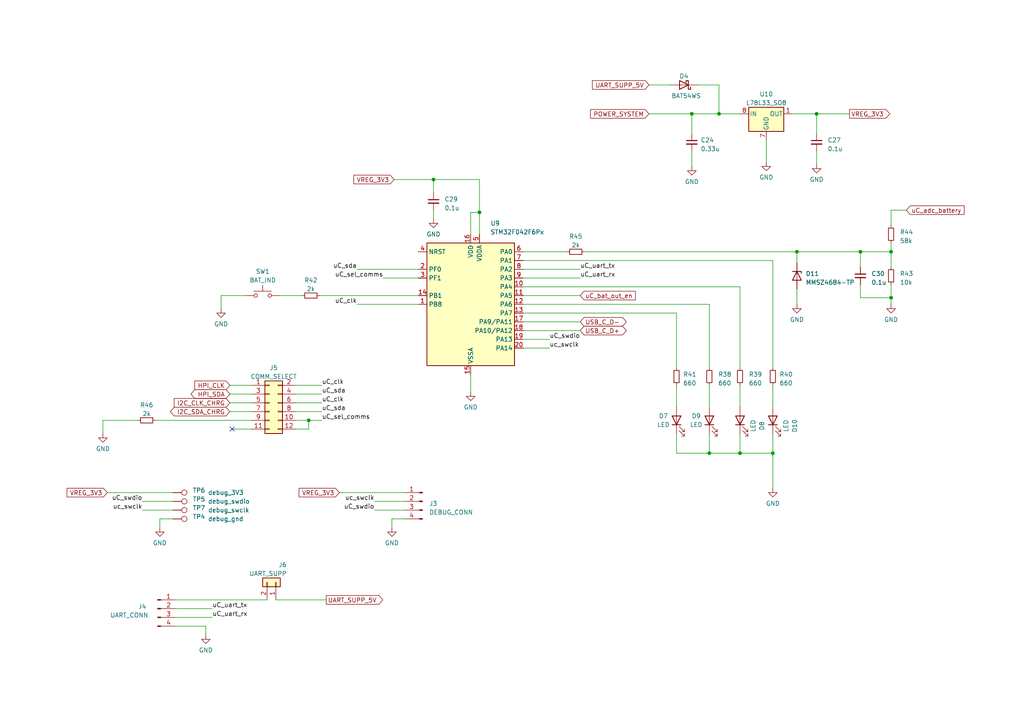
<source format=kicad_sch>
(kicad_sch (version 20230121) (generator eeschema)
  (paper "A4")
  (lib_symbols
    (symbol "Connector:Conn_01x04_Pin" (pin_names (offset 1.016) hide)
      (property "Reference" "J" (at 0 5.08 0))
      (property "Value" "Conn_01x04_Pin" (at 0 -7.62 0))
      (symbol "Conn_01x04_Pin_1_1"
        (polyline (pts (xy 1.27 -5.08) (xy 0.8636 -5.08)) (stroke (width 0.1524)))
        (polyline (pts (xy 1.27 -2.54) (xy 0.8636 -2.54)) (stroke (width 0.1524)))
        (polyline (pts (xy 1.27 0) (xy 0.8636 0)) (stroke (width 0.1524)))
        (polyline (pts (xy 1.27 2.54) (xy 0.8636 2.54)) (stroke (width 0.1524)))
        (rectangle (start 0.8636 -4.953) (end 0 -5.207) (stroke (width 0.1524)) (fill (type outline)))
        (rectangle (start 0.8636 -2.413) (end 0 -2.667) (stroke (width 0.1524)) (fill (type outline)))
        (rectangle (start 0.8636 0.127) (end 0 -0.127) (stroke (width 0.1524)) (fill (type outline)))
        (rectangle (start 0.8636 2.667) (end 0 2.413) (stroke (width 0.1524)) (fill (type outline)))
        (pin passive line (at 5.08 2.54 180) (length 3.81) (name "Pin_1") (number "1"))
        (pin passive line (at 5.08 0 180) (length 3.81) (name "Pin_2") (number "2"))
        (pin passive line (at 5.08 -2.54 180) (length 3.81) (name "Pin_3") (number "3"))
        (pin passive line (at 5.08 -5.08 180) (length 3.81) (name "Pin_4") (number "4"))
      )
    )
    (symbol "Connector:TestPoint" (pin_numbers hide) (pin_names (offset 0.762) hide)
      (property "Reference" "TP" (at 0 6.858 0))
      (property "Value" "TestPoint" (at 0 5.08 0))
      (symbol "TestPoint_0_1"
        (circle (center 0 3.302) (radius 0.762))
      )
      (symbol "TestPoint_1_1"
        (pin passive line (at 0 0 90) (length 2.54) (name "1") (number "1"))
      )
    )
    (symbol "Connector_Generic:Conn_01x02" (pin_names (offset 1.016) hide)
      (property "Reference" "J" (at 0 2.54 0))
      (property "Value" "Conn_01x02" (at 0 -5.08 0))
      (symbol "Conn_01x02_1_1"
        (rectangle (start -1.27 -2.413) (end 0 -2.667) (stroke (width 0.1524)))
        (rectangle (start -1.27 0.127) (end 0 -0.127) (stroke (width 0.1524)))
        (rectangle (start -1.27 1.27) (end 1.27 -3.81) (stroke (width 0.254)) (fill (type background)))
        (pin passive line (at -5.08 0 0) (length 3.81) (name "Pin_1") (number "1"))
        (pin passive line (at -5.08 -2.54 0) (length 3.81) (name "Pin_2") (number "2"))
      )
    )
    (symbol "Connector_Generic:Conn_02x06_Odd_Even" (pin_names (offset 1.016) hide)
      (property "Reference" "J" (at 1.27 7.62 0))
      (property "Value" "Conn_02x06_Odd_Even" (at 1.27 -10.16 0))
      (symbol "Conn_02x06_Odd_Even_1_1"
        (rectangle (start -1.27 -7.493) (end 0 -7.747) (stroke (width 0.1524)))
        (rectangle (start -1.27 -4.953) (end 0 -5.207) (stroke (width 0.1524)))
        (rectangle (start -1.27 -2.413) (end 0 -2.667) (stroke (width 0.1524)))
        (rectangle (start -1.27 0.127) (end 0 -0.127) (stroke (width 0.1524)))
        (rectangle (start -1.27 2.667) (end 0 2.413) (stroke (width 0.1524)))
        (rectangle (start -1.27 5.207) (end 0 4.953) (stroke (width 0.1524)))
        (rectangle (start -1.27 6.35) (end 3.81 -8.89) (stroke (width 0.254)) (fill (type background)))
        (rectangle (start 3.81 -7.493) (end 2.54 -7.747) (stroke (width 0.1524)))
        (rectangle (start 3.81 -4.953) (end 2.54 -5.207) (stroke (width 0.1524)))
        (rectangle (start 3.81 -2.413) (end 2.54 -2.667) (stroke (width 0.1524)))
        (rectangle (start 3.81 0.127) (end 2.54 -0.127) (stroke (width 0.1524)))
        (rectangle (start 3.81 2.667) (end 2.54 2.413) (stroke (width 0.1524)))
        (rectangle (start 3.81 5.207) (end 2.54 4.953) (stroke (width 0.1524)))
        (pin passive line (at -5.08 5.08 0) (length 3.81) (name "Pin_1") (number "1"))
        (pin passive line (at 7.62 -5.08 180) (length 3.81) (name "Pin_10") (number "10"))
        (pin passive line (at -5.08 -7.62 0) (length 3.81) (name "Pin_11") (number "11"))
        (pin passive line (at 7.62 -7.62 180) (length 3.81) (name "Pin_12") (number "12"))
        (pin passive line (at 7.62 5.08 180) (length 3.81) (name "Pin_2") (number "2"))
        (pin passive line (at -5.08 2.54 0) (length 3.81) (name "Pin_3") (number "3"))
        (pin passive line (at 7.62 2.54 180) (length 3.81) (name "Pin_4") (number "4"))
        (pin passive line (at -5.08 0 0) (length 3.81) (name "Pin_5") (number "5"))
        (pin passive line (at 7.62 0 180) (length 3.81) (name "Pin_6") (number "6"))
        (pin passive line (at -5.08 -2.54 0) (length 3.81) (name "Pin_7") (number "7"))
        (pin passive line (at 7.62 -2.54 180) (length 3.81) (name "Pin_8") (number "8"))
        (pin passive line (at -5.08 -5.08 0) (length 3.81) (name "Pin_9") (number "9"))
      )
    )
    (symbol "Device:C_Small" (pin_numbers hide) (pin_names (offset 0.254) hide)
      (property "Reference" "C" (at 0.254 1.778 0))
      (property "Value" "C_Small" (at 0.254 -2.032 0))
      (symbol "C_Small_0_1"
        (polyline (pts (xy -1.524 -0.508) (xy 1.524 -0.508)) (stroke (width 0.3302)))
        (polyline (pts (xy -1.524 0.508) (xy 1.524 0.508)) (stroke (width 0.3048)))
      )
      (symbol "C_Small_1_1"
        (pin passive line (at 0 2.54 270) (length 2.032) (name "~") (number "1"))
        (pin passive line (at 0 -2.54 90) (length 2.032) (name "~") (number "2"))
      )
    )
    (symbol "Device:D_Schottky" (pin_numbers hide) (pin_names (offset 1.016) hide)
      (property "Reference" "D" (at 0 2.54 0))
      (property "Value" "D_Schottky" (at 0 -2.54 0))
      (symbol "D_Schottky_0_1"
        (polyline (pts (xy 1.27 0) (xy -1.27 0)))
        (polyline (pts (xy 1.27 1.27) (xy 1.27 -1.27) (xy -1.27 0) (xy 1.27 1.27)) (stroke (width 0.254)))
        (polyline (pts (xy -1.905 0.635) (xy -1.905 1.27) (xy -1.27 1.27) (xy -1.27 -1.27) (xy -0.635 -1.27) (xy -0.635 -0.635)) (stroke (width 0.254)))
      )
      (symbol "D_Schottky_1_1"
        (pin passive line (at -3.81 0 0) (length 2.54) (name "K") (number "1"))
        (pin passive line (at 3.81 0 180) (length 2.54) (name "A") (number "2"))
      )
    )
    (symbol "Device:D_Zener" (pin_numbers hide) (pin_names (offset 1.016) hide)
      (property "Reference" "D" (at 0 2.54 0))
      (property "Value" "D_Zener" (at 0 -2.54 0))
      (symbol "D_Zener_0_1"
        (polyline (pts (xy 1.27 0) (xy -1.27 0)))
        (polyline (pts (xy -1.27 -1.27) (xy -1.27 1.27) (xy -0.762 1.27)) (stroke (width 0.254)))
        (polyline (pts (xy 1.27 -1.27) (xy 1.27 1.27) (xy -1.27 0) (xy 1.27 -1.27)) (stroke (width 0.254)))
      )
      (symbol "D_Zener_1_1"
        (pin passive line (at -3.81 0 0) (length 2.54) (name "K") (number "1"))
        (pin passive line (at 3.81 0 180) (length 2.54) (name "A") (number "2"))
      )
    )
    (symbol "Device:LED" (pin_numbers hide) (pin_names (offset 1.016) hide)
      (property "Reference" "D" (at 0 2.54 0))
      (property "Value" "LED" (at 0 -2.54 0))
      (symbol "LED_0_1"
        (polyline (pts (xy -1.27 -1.27) (xy -1.27 1.27)) (stroke (width 0.254)))
        (polyline (pts (xy -1.27 0) (xy 1.27 0)))
        (polyline (pts (xy 1.27 -1.27) (xy 1.27 1.27) (xy -1.27 0) (xy 1.27 -1.27)) (stroke (width 0.254)))
        (polyline (pts (xy -3.048 -0.762) (xy -4.572 -2.286) (xy -3.81 -2.286) (xy -4.572 -2.286) (xy -4.572 -1.524)))
        (polyline (pts (xy -1.778 -0.762) (xy -3.302 -2.286) (xy -2.54 -2.286) (xy -3.302 -2.286) (xy -3.302 -1.524)))
      )
      (symbol "LED_1_1"
        (pin passive line (at -3.81 0 0) (length 2.54) (name "K") (number "1"))
        (pin passive line (at 3.81 0 180) (length 2.54) (name "A") (number "2"))
      )
    )
    (symbol "Device:R_Small" (pin_numbers hide) (pin_names (offset 0.254) hide)
      (property "Reference" "R" (at 0.762 0.508 0))
      (property "Value" "R_Small" (at 0.762 -1.016 0))
      (symbol "R_Small_0_1"
        (rectangle (start -0.762 1.778) (end 0.762 -1.778) (stroke (width 0.2032)))
      )
      (symbol "R_Small_1_1"
        (pin passive line (at 0 2.54 270) (length 0.762) (name "~") (number "1"))
        (pin passive line (at 0 -2.54 90) (length 0.762) (name "~") (number "2"))
      )
    )
    (symbol "MCU_ST_STM32F0:STM32F042F6Px"
      (property "Reference" "U" (at -12.7 19.05 0))
      (property "Value" "STM32F042F6Px" (at 5.08 19.05 0))
      (symbol "STM32F042F6Px_0_1"
        (rectangle (start -12.7 -17.78) (end 12.7 17.78) (stroke (width 0.254)) (fill (type background)))
      )
      (symbol "STM32F042F6Px_1_1"
        (pin bidirectional line (at -15.24 0 0) (length 2.54) (name "PB8") (number "1"))
        (pin bidirectional line (at 15.24 5.08 180) (length 2.54) (name "PA4") (number "10"))
        (pin bidirectional line (at 15.24 2.54 180) (length 2.54) (name "PA5") (number "11"))
        (pin bidirectional line (at 15.24 0 180) (length 2.54) (name "PA6") (number "12"))
        (pin bidirectional line (at 15.24 -2.54 180) (length 2.54) (name "PA7") (number "13"))
        (pin bidirectional line (at -15.24 2.54 0) (length 2.54) (name "PB1") (number "14"))
        (pin power_in line (at 0 -20.32 90) (length 2.54) (name "VSSA") (number "15"))
        (pin power_in line (at 0 20.32 270) (length 2.54) (name "VDD") (number "16"))
        (pin bidirectional line (at 15.24 -5.08 180) (length 2.54) (name "PA9/PA11") (number "17"))
        (pin bidirectional line (at 15.24 -7.62 180) (length 2.54) (name "PA10/PA12") (number "18"))
        (pin bidirectional line (at 15.24 -10.16 180) (length 2.54) (name "PA13") (number "19"))
        (pin bidirectional line (at -15.24 10.16 0) (length 2.54) (name "PF0") (number "2"))
        (pin bidirectional line (at 15.24 -12.7 180) (length 2.54) (name "PA14") (number "20"))
        (pin bidirectional line (at -15.24 7.62 0) (length 2.54) (name "PF1") (number "3"))
        (pin input line (at -15.24 15.24 0) (length 2.54) (name "NRST") (number "4"))
        (pin power_in line (at 2.54 20.32 270) (length 2.54) (name "VDDA") (number "5"))
        (pin bidirectional line (at 15.24 15.24 180) (length 2.54) (name "PA0") (number "6"))
        (pin bidirectional line (at 15.24 12.7 180) (length 2.54) (name "PA1") (number "7"))
        (pin bidirectional line (at 15.24 10.16 180) (length 2.54) (name "PA2") (number "8"))
        (pin bidirectional line (at 15.24 7.62 180) (length 2.54) (name "PA3") (number "9"))
      )
    )
    (symbol "Regulator_Linear:L78L33_SO8" (pin_names (offset 0.254))
      (property "Reference" "U" (at -3.81 3.175 0))
      (property "Value" "L78L33_SO8" (at 0 3.175 0))
      (symbol "L78L33_SO8_0_1"
        (rectangle (start -5.08 1.905) (end 5.08 -5.08) (stroke (width 0.254)) (fill (type background)))
      )
      (symbol "L78L33_SO8_1_1"
        (pin power_out line (at 7.62 0 180) (length 2.54) (name "OUT") (number "1"))
        (pin passive line (at 0 -7.62 90) (length 2.54) hide (name "GND") (number "2"))
        (pin passive line (at 0 -7.62 90) (length 2.54) hide (name "GND") (number "3"))
        (pin no_connect line (at -5.08 -2.54 0) (length 2.54) hide (name "NC") (number "4"))
        (pin no_connect line (at 5.08 -2.54 180) (length 2.54) hide (name "NC") (number "5"))
        (pin passive line (at 0 -7.62 90) (length 2.54) hide (name "GND") (number "6"))
        (pin power_in line (at 0 -7.62 90) (length 2.54) (name "GND") (number "7"))
        (pin power_in line (at -7.62 0 0) (length 2.54) (name "IN") (number "8"))
      )
    )
    (symbol "Switch:SW_Push" (pin_numbers hide) (pin_names (offset 1.016) hide)
      (property "Reference" "SW" (at 1.27 2.54 0))
      (property "Value" "SW_Push" (at 0 -1.524 0))
      (symbol "SW_Push_0_1"
        (circle (center -2.032 0) (radius 0.508))
        (polyline (pts (xy 0 1.27) (xy 0 3.048)))
        (polyline (pts (xy 2.54 1.27) (xy -2.54 1.27)))
        (circle (center 2.032 0) (radius 0.508))
        (pin passive line (at -5.08 0 0) (length 2.54) (name "1") (number "1"))
        (pin passive line (at 5.08 0 180) (length 2.54) (name "2") (number "2"))
      )
    )
    (symbol "power:GND" (power) (pin_names (offset 0))
      (property "Value" "GND" (at 0 -3.81 0))
      (symbol "GND_0_1"
        (polyline (pts (xy 0 0) (xy 0 -1.27) (xy 1.27 -1.27) (xy 0 -2.54) (xy -1.27 -1.27) (xy 0 -1.27)))
      )
      (symbol "GND_1_1"
        (pin power_in line (at 0 0 270) (length 0) hide (name "GND") (number "1"))
      )
    )
  )
  (junction (at 205.74 131.445))
  (junction (at 224.155 131.445))
  (junction (at 125.73 52.07))
  (junction (at 249.555 73.025))
  (junction (at 89.535 121.92))
  (junction (at 236.855 33.02))
  (junction (at 139.065 61.595))
  (junction (at 208.534 33.02))
  (junction (at 200.66 33.02))
  (junction (at 231.14 73.025))
  (junction (at 214.63 131.445))
  (junction (at 258.445 86.36))
  (junction (at 258.445 73.025))
  (no_connect (at 67.31 124.46))
  (wire (pts (xy 136.525 108.585) (xy 136.525 113.665)))
  (wire (pts (xy 196.215 90.805) (xy 196.215 106.68)))
  (wire (pts (xy 151.765 83.185) (xy 214.63 83.185)))
  (wire (pts (xy 229.87 33.02) (xy 236.855 33.02)))
  (wire (pts (xy 214.63 125.73) (xy 214.63 131.445)))
  (wire (pts (xy 258.445 88.265) (xy 258.445 86.36)))
  (wire (pts (xy 151.765 85.725) (xy 168.275 85.725)))
  (wire (pts (xy 46.355 150.495) (xy 50.165 150.495)))
  (wire (pts (xy 236.855 43.815) (xy 236.855 47.625)))
  (wire (pts (xy 151.765 93.345) (xy 168.275 93.345)))
  (wire (pts (xy 125.73 52.07) (xy 139.065 52.07)))
  (wire (pts (xy 113.665 150.495) (xy 117.475 150.495)))
  (wire (pts (xy 258.445 65.405) (xy 258.445 60.96)))
  (wire (pts (xy 214.63 83.185) (xy 214.63 106.68)))
  (wire (pts (xy 205.74 125.73) (xy 205.74 131.445)))
  (wire (pts (xy 224.155 125.73) (xy 224.155 131.445)))
  (wire (pts (xy 46.355 153.035) (xy 46.355 150.495)))
  (wire (pts (xy 59.69 181.61) (xy 50.8 181.61)))
  (wire (pts (xy 258.445 60.96) (xy 262.89 60.96)))
  (wire (pts (xy 108.585 145.415) (xy 117.475 145.415)))
  (wire (pts (xy 41.275 147.955) (xy 50.165 147.955)))
  (wire (pts (xy 113.665 153.035) (xy 113.665 150.495)))
  (wire (pts (xy 249.555 73.025) (xy 258.445 73.025)))
  (wire (pts (xy 196.215 111.76) (xy 196.215 118.11)))
  (wire (pts (xy 66.675 111.76) (xy 73.025 111.76)))
  (wire (pts (xy 66.675 114.3) (xy 73.025 114.3)))
  (wire (pts (xy 66.675 119.38) (xy 73.025 119.38)))
  (wire (pts (xy 89.535 121.92) (xy 93.345 121.92)))
  (wire (pts (xy 224.155 111.76) (xy 224.155 118.11)))
  (wire (pts (xy 64.135 85.725) (xy 71.12 85.725)))
  (wire (pts (xy 188.214 33.02) (xy 200.66 33.02)))
  (wire (pts (xy 151.765 78.105) (xy 168.275 78.105)))
  (wire (pts (xy 222.25 40.64) (xy 222.25 46.99)))
  (wire (pts (xy 214.63 131.445) (xy 224.155 131.445)))
  (wire (pts (xy 236.855 33.02) (xy 236.855 38.735)))
  (wire (pts (xy 85.725 116.84) (xy 93.345 116.84)))
  (wire (pts (xy 231.14 73.025) (xy 249.555 73.025)))
  (wire (pts (xy 125.73 52.07) (xy 125.73 55.88)))
  (wire (pts (xy 188.214 24.638) (xy 194.564 24.638)))
  (wire (pts (xy 151.765 95.885) (xy 168.275 95.885)))
  (wire (pts (xy 224.155 131.445) (xy 224.155 141.605)))
  (wire (pts (xy 85.725 124.46) (xy 89.535 124.46)))
  (wire (pts (xy 151.765 90.805) (xy 196.215 90.805)))
  (wire (pts (xy 64.135 89.535) (xy 64.135 85.725)))
  (wire (pts (xy 98.425 142.875) (xy 117.475 142.875)))
  (wire (pts (xy 200.66 33.02) (xy 208.534 33.02)))
  (wire (pts (xy 139.065 61.595) (xy 139.065 67.945)))
  (wire (pts (xy 41.275 145.415) (xy 50.165 145.415)))
  (wire (pts (xy 151.765 73.025) (xy 164.465 73.025)))
  (wire (pts (xy 103.505 88.265) (xy 121.285 88.265)))
  (wire (pts (xy 169.545 73.025) (xy 231.14 73.025)))
  (wire (pts (xy 205.74 88.265) (xy 205.74 106.68)))
  (wire (pts (xy 258.445 86.36) (xy 258.445 82.55)))
  (wire (pts (xy 224.155 75.565) (xy 224.155 106.68)))
  (wire (pts (xy 258.445 86.36) (xy 249.555 86.36)))
  (wire (pts (xy 31.115 142.875) (xy 50.165 142.875)))
  (wire (pts (xy 231.14 83.82) (xy 231.14 88.265)))
  (wire (pts (xy 50.8 176.53) (xy 61.595 176.53)))
  (wire (pts (xy 208.534 33.02) (xy 214.63 33.02)))
  (wire (pts (xy 136.525 61.595) (xy 139.065 61.595)))
  (wire (pts (xy 103.505 78.105) (xy 121.285 78.105)))
  (wire (pts (xy 196.215 131.445) (xy 205.74 131.445)))
  (wire (pts (xy 200.66 33.02) (xy 200.66 38.735)))
  (wire (pts (xy 214.63 111.76) (xy 214.63 118.11)))
  (wire (pts (xy 85.725 114.3) (xy 93.345 114.3)))
  (wire (pts (xy 50.8 173.99) (xy 77.47 173.99)))
  (wire (pts (xy 205.74 111.76) (xy 205.74 118.11)))
  (wire (pts (xy 29.845 121.92) (xy 40.005 121.92)))
  (wire (pts (xy 92.71 85.725) (xy 121.285 85.725)))
  (wire (pts (xy 29.845 125.73) (xy 29.845 121.92)))
  (wire (pts (xy 208.534 24.638) (xy 208.534 33.02)))
  (wire (pts (xy 151.765 80.645) (xy 168.275 80.645)))
  (wire (pts (xy 50.8 179.07) (xy 61.595 179.07)))
  (wire (pts (xy 85.725 111.76) (xy 93.345 111.76)))
  (wire (pts (xy 205.74 131.445) (xy 214.63 131.445)))
  (wire (pts (xy 196.215 125.73) (xy 196.215 131.445)))
  (wire (pts (xy 231.14 73.025) (xy 231.14 76.2)))
  (wire (pts (xy 151.765 98.425) (xy 159.385 98.425)))
  (wire (pts (xy 202.184 24.638) (xy 208.534 24.638)))
  (wire (pts (xy 81.28 85.725) (xy 87.63 85.725)))
  (wire (pts (xy 89.535 121.92) (xy 89.535 124.46)))
  (wire (pts (xy 246.38 33.02) (xy 236.855 33.02)))
  (wire (pts (xy 85.725 119.38) (xy 93.345 119.38)))
  (wire (pts (xy 151.765 88.265) (xy 205.74 88.265)))
  (wire (pts (xy 249.555 77.47) (xy 249.555 73.025)))
  (wire (pts (xy 258.445 73.025) (xy 258.445 77.47)))
  (wire (pts (xy 139.065 52.07) (xy 139.065 61.595)))
  (wire (pts (xy 111.125 80.645) (xy 121.285 80.645)))
  (wire (pts (xy 224.155 75.565) (xy 151.765 75.565)))
  (wire (pts (xy 85.725 121.92) (xy 89.535 121.92)))
  (wire (pts (xy 136.525 67.945) (xy 136.525 61.595)))
  (wire (pts (xy 73.025 124.46) (xy 67.31 124.46)))
  (wire (pts (xy 151.765 100.965) (xy 159.385 100.965)))
  (wire (pts (xy 249.555 86.36) (xy 249.555 82.55)))
  (wire (pts (xy 125.73 60.96) (xy 125.73 63.5)))
  (wire (pts (xy 80.01 173.99) (xy 94.615 173.99)))
  (wire (pts (xy 59.69 184.15) (xy 59.69 181.61)))
  (wire (pts (xy 45.085 121.92) (xy 73.025 121.92)))
  (wire (pts (xy 258.445 70.485) (xy 258.445 73.025)))
  (wire (pts (xy 66.675 116.84) (xy 73.025 116.84)))
  (wire (pts (xy 114.3 52.07) (xy 125.73 52.07)))
  (wire (pts (xy 200.66 43.815) (xy 200.66 48.26)))
  (wire (pts (xy 108.585 147.955) (xy 117.475 147.955)))
  (label "uc_swclk" (at 41.275 147.955 180))
  (label "uc_swclk" (at 108.585 145.415 180))
  (label "uc_swclk" (at 159.385 100.965 0))
  (label "uC_uart_tx" (at 61.595 176.53 0))
  (label "uC_swdio" (at 159.385 98.425 0))
  (label "uC_swdio" (at 108.585 147.955 180))
  (label "uC_sda" (at 93.345 119.38 0))
  (label "uC_uart_tx" (at 168.275 78.105 0))
  (label "uC_clk" (at 93.345 116.84 0))
  (label "uC_uart_rx" (at 61.595 179.07 0))
  (label "uC_clk" (at 103.505 88.265 180))
  (label "uC_sda" (at 93.345 114.3 0))
  (label "uC_sel_comms" (at 111.125 80.645 180))
  (label "uC_clk" (at 93.345 111.76 0))
  (label "uC_uart_rx" (at 168.275 80.645 0))
  (label "uC_sel_comms" (at 93.345 121.92 0))
  (label "uC_sda" (at 103.505 78.105 180))
  (label "uC_swdio" (at 41.275 145.415 180))
  (global_label "USB_C_D+" (shape bidirectional) (at 168.275 95.885 0) (property "Intersheetrefs" "${INTERSHEET_REFS}" (effects hide)))
  (global_label "HPI_SDA" (shape bidirectional) (at 66.675 114.3 180) (property "Intersheetrefs" "${INTERSHEET_REFS}" (effects hide)))
  (global_label "HPI_CLK" (shape input) (at 66.675 111.76 180) (property "Intersheetrefs" "${INTERSHEET_REFS}" (effects hide)))
  (global_label "POWER_SYSTEM" (shape input) (at 188.214 33.02 180) (property "Intersheetrefs" "${INTERSHEET_REFS}" (effects hide)))
  (global_label "I2C_CLK_CHRG" (shape input) (at 66.675 116.84 180) (property "Intersheetrefs" "${INTERSHEET_REFS}" (effects hide)))
  (global_label "VREG_3V3" (shape output) (at 246.38 33.02 0) (property "Intersheetrefs" "${INTERSHEET_REFS}" (effects hide)))
  (global_label "uC_adc_battery" (shape input) (at 262.89 60.96 0) (property "Intersheetrefs" "${INTERSHEET_REFS}" (effects hide)))
  (global_label "uC_bat_out_en" (shape input) (at 168.275 85.725 0) (property "Intersheetrefs" "${INTERSHEET_REFS}" (effects hide)))
  (global_label "VREG_3V3" (shape input) (at 31.115 142.875 180) (property "Intersheetrefs" "${INTERSHEET_REFS}" (effects hide)))
  (global_label "VREG_3V3" (shape input) (at 98.425 142.875 180) (property "Intersheetrefs" "${INTERSHEET_REFS}" (effects hide)))
  (global_label "UART_SUPP_5V" (shape input) (at 188.214 24.638 180) (property "Intersheetrefs" "${INTERSHEET_REFS}" (effects hide)))
  (global_label "USB_C_D-" (shape bidirectional) (at 168.275 93.345 0) (property "Intersheetrefs" "${INTERSHEET_REFS}" (effects hide)))
  (global_label "I2C_SDA_CHRG" (shape bidirectional) (at 66.675 119.38 180) (property "Intersheetrefs" "${INTERSHEET_REFS}" (effects hide)))
  (global_label "VREG_3V3" (shape input) (at 114.3 52.07 180) (property "Intersheetrefs" "${INTERSHEET_REFS}" (effects hide)))
  (global_label "UART_SUPP_5V" (shape output) (at 94.615 173.99 0) (property "Intersheetrefs" "${INTERSHEET_REFS}" (effects hide)))
  (symbol (lib_id "power:GND") (at 236.855 47.625 0) (unit 1)
    (property "Reference" "#PWR032" (effects hide))
    (property "Value" "GND" (at 236.855 52.07 0))
    (instances (project "battery_charging_devboard" (path "" (reference "#PWR032") (unit 1))) (project "business_card" (path "" (reference "#PWR07") (unit 1))))
  )
  (symbol (lib_id "Device:C_Small") (at 125.73 58.42 0) (unit 1)
    (property "Reference" "C29" (at 128.905 57.7913 0) (effects (justify left)))
    (property "Value" "0.1u" (at 128.905 60.3313 0) (effects (justify left)))
    (property "Footprint" "Capacitor_SMD:C_0805_2012Metric_Pad1.18x1.45mm_HandSolder" (effects hide))
    (property "Source" "https://www.mouser.com/ProductDetail/Samsung-Electro-Mechanics/CL21B105KOFNFNE?qs=sGAEpiMZZMsh%252B1woXyUXj5ND545PPyUhMzGq7HWiq0o%3D" (effects hide))
    (property "Price" "0.065" (effects hide))
    (instances (project "battery_charging_devboard" (path "" (reference "C29") (unit 1))) (project "business_card" (path "" (reference "C2") (unit 1))))
  )
  (symbol (lib_id "Connector:Conn_01x04_Pin") (at 122.555 145.415 0) (mirror y) (unit 1)
    (property "Reference" "J3" (at 124.46 146.05 0) (effects (justify right)))
    (property "Value" "DEBUG_CONN" (at 124.46 148.59 0) (effects (justify right)))
    (property "Footprint" "Connector_PinHeader_2.54mm:PinHeader_1x04_P2.54mm_Horizontal" (effects hide))
  )
  (symbol (lib_id "Device:C_Small") (at 249.555 80.01 0) (unit 1)
    (property "Reference" "C30" (at 252.73 79.3813 0) (effects (justify left)))
    (property "Value" "0.1u" (at 252.73 81.9213 0) (effects (justify left)))
    (property "Footprint" "Capacitor_SMD:C_0805_2012Metric_Pad1.18x1.45mm_HandSolder" (effects hide))
    (property "Source" "https://www.mouser.com/ProductDetail/Samsung-Electro-Mechanics/CL21B105KOFNFNE?qs=sGAEpiMZZMsh%252B1woXyUXj5ND545PPyUhMzGq7HWiq0o%3D" (effects hide))
    (property "Price" "0.065" (effects hide))
    (instances (project "battery_charging_devboard" (path "" (reference "C30") (unit 1))) (project "business_card" (path "" (reference "C2") (unit 1))))
  )
  (symbol (lib_id "Device:R_Small") (at 167.005 73.025 90) (unit 1)
    (property "Reference" "R45" (at 167.005 68.58 90))
    (property "Value" "2k" (at 167.005 71.12 90))
    (property "Footprint" "Resistor_SMD:R_0805_2012Metric_Pad1.20x1.40mm_HandSolder" (effects hide))
    (instances (project "battery_charging_devboard" (path "" (reference "R45") (unit 1))) (project "business_card" (path "" (reference "R1") (unit 1))))
  )
  (symbol (lib_id "power:GND") (at 125.73 63.5 0) (unit 1)
    (property "Reference" "#PWR028" (effects hide))
    (property "Value" "GND" (at 125.73 67.945 0))
    (instances (project "battery_charging_devboard" (path "" (reference "#PWR028") (unit 1))) (project "business_card" (path "" (reference "#PWR08") (unit 1))))
  )
  (symbol (lib_id "power:GND") (at 113.665 153.035 0) (unit 1)
    (property "Reference" "#PWR037" (effects hide))
    (property "Value" "GND" (at 113.665 157.48 0))
    (instances (project "battery_charging_devboard" (path "" (reference "#PWR037") (unit 1))) (project "business_card" (path "" (reference "#PWR05") (unit 1))))
  )
  (symbol (lib_id "Device:D_Schottky") (at 198.374 24.638 180) (unit 1)
    (property "Reference" "D4" (at 198.374 22.098 0))
    (property "Value" "BAT54WS" (at 199.009 27.813 0))
    (property "Footprint" "Diode_SMD:D_SOD-323_HandSoldering" (effects hide))
    (property "Datasheet" "https://www.mouser.com/datasheet/2/115/DIOD_S_A0004140728_1-2542383.pdf" (effects hide))
    (property "Vendor" "https://www.mouser.com/ProductDetail/Diodes-Incorporated/BAT54WS-7-F?qs=BJo294706GxanB6a%2FKrrdw%3D%3D" (effects hide))
    (property "Price" "0.08" (effects hide))
    (instances (project "battery_charging_devboard" (path "" (reference "D4") (unit 1)) (path "" (reference "D12") (unit 1))))
  )
  (symbol (lib_id "MCU_ST_STM32F0:STM32F042F6Px") (at 136.525 88.265 0) (unit 1)
    (property "Reference" "U9" (at 142.24 64.77 0) (effects (justify left)))
    (property "Value" "STM32F042F6Px" (at 142.24 67.31 0) (effects (justify left)))
    (property "Footprint" "Package_SO:TSSOP-20_4.4x6.5mm_P0.65mm" (effects hide))
    (property "Datasheet" "https://www.st.com/resource/en/datasheet/stm32f042f6.pdf" (effects hide))
  )
  (symbol (lib_id "power:GND") (at 224.155 141.605 0) (unit 1)
    (property "Reference" "#PWR034" (effects hide))
    (property "Value" "GND" (at 224.155 146.05 0))
    (instances (project "battery_charging_devboard" (path "" (reference "#PWR034") (unit 1))) (project "business_card" (path "" (reference "#PWR01") (unit 1))))
  )
  (symbol (lib_id "Connector:TestPoint") (at 50.165 147.955 270) (unit 1)
    (property "Reference" "TP7" (at 55.88 147.32 90) (effects (justify left)))
    (property "Value" "debug_swclk" (at 60.325 147.955 90) (effects (justify left)))
    (property "Footprint" "TestPoint:TestPoint_Pad_D1.0mm" (effects hide))
    (instances (project "battery_charging_devboard" (path "" (reference "TP7") (unit 1))) (project "business_card" (path "" (reference "TP3") (unit 1))))
  )
  (symbol (lib_id "Device:LED") (at 214.63 121.92 90) (unit 1)
    (property "Reference" "D8" (at 220.98 123.5075 0))
    (property "Value" "LED" (at 218.44 123.5075 0))
    (property "Footprint" "LED_SMD:LED_0805_2012Metric_Pad1.15x1.40mm_HandSolder" (effects hide))
    (instances (project "battery_charging_devboard" (path "" (reference "D8") (unit 1))) (project "business_card" (path "" (reference "D4") (unit 1))))
  )
  (symbol (lib_id "Device:R_Small") (at 224.155 109.22 0) (unit 1)
    (property "Reference" "R40" (at 226.06 108.585 0) (effects (justify left)))
    (property "Value" "660" (at 226.06 111.125 0) (effects (justify left)))
    (property "Footprint" "Resistor_SMD:R_0805_2012Metric_Pad1.20x1.40mm_HandSolder" (effects hide))
    (instances (project "battery_charging_devboard" (path "" (reference "R40") (unit 1))) (project "business_card" (path "" (reference "R5") (unit 1))))
  )
  (symbol (lib_id "power:GND") (at 64.135 89.535 0) (unit 1)
    (property "Reference" "#PWR035" (effects hide))
    (property "Value" "GND" (at 64.135 93.98 0))
    (instances (project "battery_charging_devboard" (path "" (reference "#PWR035") (unit 1))) (project "business_card" (path "" (reference "#PWR08") (unit 1))))
  )
  (symbol (lib_id "power:GND") (at 258.445 88.265 0) (unit 1)
    (property "Reference" "#PWR039" (effects hide))
    (property "Value" "GND" (at 258.445 92.71 0))
    (instances (project "battery_charging_devboard" (path "" (reference "#PWR039") (unit 1))) (project "business_card" (path "" (reference "#PWR01") (unit 1))))
  )
  (symbol (lib_id "power:GND") (at 200.66 48.26 0) (unit 1)
    (property "Reference" "#PWR033" (effects hide))
    (property "Value" "GND" (at 200.66 52.705 0))
    (instances (project "battery_charging_devboard" (path "" (reference "#PWR033") (unit 1))) (project "business_card" (path "" (reference "#PWR08") (unit 1))))
  )
  (symbol (lib_id "power:GND") (at 136.525 113.665 0) (unit 1)
    (property "Reference" "#PWR029" (effects hide))
    (property "Value" "GND" (at 136.525 118.11 0))
    (instances (project "battery_charging_devboard" (path "" (reference "#PWR029") (unit 1))) (project "business_card" (path "" (reference "#PWR08") (unit 1))))
  )
  (symbol (lib_id "Connector_Generic:Conn_02x06_Odd_Even") (at 78.105 116.84 0) (unit 1)
    (property "Reference" "J5" (at 79.375 106.68 0))
    (property "Value" "COMM_SELECT" (at 79.375 109.22 0))
    (property "Footprint" "Connector_PinHeader_2.54mm:PinHeader_2x06_P2.54mm_Vertical_SMD" (effects hide))
  )
  (symbol (lib_id "Device:LED") (at 196.215 121.92 90) (unit 1)
    (property "Reference" "D7" (at 192.405 120.65 90))
    (property "Value" "LED" (at 192.405 123.19 90))
    (property "Footprint" "LED_SMD:LED_0805_2012Metric_Pad1.15x1.40mm_HandSolder" (effects hide))
    (instances (project "battery_charging_devboard" (path "" (reference "D7") (unit 1))) (project "business_card" (path "" (reference "D1") (unit 1))))
  )
  (symbol (lib_id "Device:R_Small") (at 214.63 109.22 0) (unit 1)
    (property "Reference" "R39" (at 217.17 108.585 0) (effects (justify left)))
    (property "Value" "660" (at 217.17 111.125 0) (effects (justify left)))
    (property "Footprint" "Resistor_SMD:R_0805_2012Metric_Pad1.20x1.40mm_HandSolder" (effects hide))
    (instances (project "battery_charging_devboard" (path "" (reference "R39") (unit 1))) (project "business_card" (path "" (reference "R4") (unit 1))))
  )
  (symbol (lib_id "Device:R_Small") (at 205.74 109.22 0) (unit 1)
    (property "Reference" "R38" (at 208.28 108.585 0) (effects (justify left)))
    (property "Value" "660" (at 208.28 111.125 0) (effects (justify left)))
    (property "Footprint" "Resistor_SMD:R_0805_2012Metric_Pad1.20x1.40mm_HandSolder" (effects hide))
    (instances (project "battery_charging_devboard" (path "" (reference "R38") (unit 1))) (project "business_card" (path "" (reference "R3") (unit 1))))
  )
  (symbol (lib_id "power:GND") (at 59.69 184.15 0) (unit 1)
    (property "Reference" "#PWR038" (effects hide))
    (property "Value" "GND" (at 59.69 188.595 0))
    (instances (project "battery_charging_devboard" (path "" (reference "#PWR038") (unit 1))) (project "comms_dev_board" (path "" (reference "#PWR08") (unit 1))))
  )
  (symbol (lib_id "power:GND") (at 29.845 125.73 0) (unit 1)
    (property "Reference" "#PWR030" (effects hide))
    (property "Value" "GND" (at 29.845 130.175 0))
    (instances (project "battery_charging_devboard" (path "" (reference "#PWR030") (unit 1))) (project "business_card" (path "" (reference "#PWR08") (unit 1))))
  )
  (symbol (lib_id "Connector_Generic:Conn_01x02") (at 80.01 168.91 270) (mirror x) (unit 1)
    (property "Reference" "J6" (at 83.185 163.83 90) (effects (justify right)))
    (property "Value" "UART_SUPP" (at 83.185 166.37 90) (effects (justify right)))
    (property "Footprint" "Connector_PinHeader_2.54mm:PinHeader_1x02_P2.54mm_Vertical_SMD_Pin1Left" (effects hide))
  )
  (symbol (lib_id "Device:R_Small") (at 258.445 67.945 180) (unit 1)
    (property "Reference" "R44" (at 260.985 67.31 0) (effects (justify right)))
    (property "Value" "58k" (at 260.985 69.85 0) (effects (justify right)))
    (property "Footprint" "Resistor_SMD:R_0805_2012Metric_Pad1.20x1.40mm_HandSolder" (effects hide))
    (instances (project "battery_charging_devboard" (path "" (reference "R44") (unit 1))) (project "business_card" (path "" (reference "R1") (unit 1))))
  )
  (symbol (lib_id "Regulator_Linear:L78L33_SO8") (at 222.25 33.02 0) (unit 1)
    (property "Reference" "U10" (at 222.25 27.305 0))
    (property "Value" "L78L33_SO8" (at 222.25 29.845 0))
    (property "Footprint" "Package_SO:SOIC-8_3.9x4.9mm_P1.27mm" (effects hide))
    (property "Datasheet" "http://www.st.com/content/ccc/resource/technical/document/datasheet/15/55/e5/aa/23/5b/43/fd/CD00000446.pdf/files/CD00000446.pdf/jcr:content/translations/en.CD00000446.pdf" (effects hide))
    (instances (project "battery_charging_devboard" (path "" (reference "U10") (unit 1))) (project "business_card" (path "" (reference "U3") (unit 1))))
  )
  (symbol (lib_id "Connector:TestPoint") (at 50.165 150.495 270) (unit 1)
    (property "Reference" "TP4" (at 55.88 149.86 90) (effects (justify left)))
    (property "Value" "debug_gnd" (at 60.325 150.495 90) (effects (justify left)))
    (property "Footprint" "TestPoint:TestPoint_Pad_D1.0mm" (effects hide))
  )
  (symbol (lib_id "Device:R_Small") (at 42.545 121.92 90) (unit 1)
    (property "Reference" "R46" (at 42.545 117.475 90))
    (property "Value" "2k" (at 42.545 120.015 90))
    (property "Footprint" "Resistor_SMD:R_0805_2012Metric_Pad1.20x1.40mm_HandSolder" (effects hide))
    (instances (project "battery_charging_devboard" (path "" (reference "R46") (unit 1))) (project "business_card" (path "" (reference "R1") (unit 1))))
  )
  (symbol (lib_id "Device:D_Zener") (at 231.14 80.01 270) (unit 1)
    (property "Reference" "D11" (at 233.68 79.375 90) (effects (justify left)))
    (property "Value" "MMSZ4684-TP" (at 233.68 81.915 90) (effects (justify left)))
    (property "Footprint" "Diode_SMD:D_SOD-123" (effects hide))
    (property "Vendor" "https://www.mouser.com/ProductDetail/Micro-Commercial-Components-MCC/MMSZ4684-TP?qs=O1HRStiETCg3wRLIZGTHzA%3D%3D" (effects hide))
    (property "Price" "0.9" (effects hide))
  )
  (symbol (lib_id "Device:LED") (at 205.74 121.92 90) (unit 1)
    (property "Reference" "D9" (at 201.93 120.65 90))
    (property "Value" "LED" (at 201.93 123.19 90))
    (property "Footprint" "LED_SMD:LED_0805_2012Metric_Pad1.15x1.40mm_HandSolder" (effects hide))
    (instances (project "battery_charging_devboard" (path "" (reference "D9") (unit 1))) (project "business_card" (path "" (reference "D3") (unit 1))))
  )
  (symbol (lib_id "Device:R_Small") (at 90.17 85.725 90) (unit 1)
    (property "Reference" "R42" (at 90.17 81.28 90))
    (property "Value" "2k" (at 90.17 83.82 90))
    (property "Footprint" "Resistor_SMD:R_0805_2012Metric_Pad1.20x1.40mm_HandSolder" (effects hide))
    (instances (project "battery_charging_devboard" (path "" (reference "R42") (unit 1))) (project "business_card" (path "" (reference "R1") (unit 1))))
  )
  (symbol (lib_id "Connector:TestPoint") (at 50.165 145.415 270) (unit 1)
    (property "Reference" "TP5" (at 55.88 144.78 90) (effects (justify left)))
    (property "Value" "debug_swdio" (at 60.325 145.415 90) (effects (justify left)))
    (property "Footprint" "TestPoint:TestPoint_Pad_D1.0mm" (effects hide))
    (instances (project "battery_charging_devboard" (path "" (reference "TP5") (unit 1))) (project "business_card" (path "" (reference "TP2") (unit 1))))
  )
  (symbol (lib_id "Device:C_Small") (at 236.855 41.275 0) (unit 1)
    (property "Reference" "C27" (at 240.03 40.6463 0) (effects (justify left)))
    (property "Value" "0.1u" (at 240.03 43.1863 0) (effects (justify left)))
    (property "Footprint" "Capacitor_SMD:C_0805_2012Metric_Pad1.18x1.45mm_HandSolder" (effects hide))
    (property "Source" "https://www.mouser.com/ProductDetail/Samsung-Electro-Mechanics/CL21B105KOFNFNE?qs=sGAEpiMZZMsh%252B1woXyUXj5ND545PPyUhMzGq7HWiq0o%3D" (effects hide))
    (property "Price" "0.065" (effects hide))
    (instances (project "battery_charging_devboard" (path "" (reference "C27") (unit 1))) (project "business_card" (path "" (reference "C2") (unit 1))))
  )
  (symbol (lib_id "Device:R_Small") (at 196.215 109.22 0) (unit 1)
    (property "Reference" "R41" (at 198.12 108.585 0) (effects (justify left)))
    (property "Value" "660" (at 198.12 111.125 0) (effects (justify left)))
    (property "Footprint" "Resistor_SMD:R_0805_2012Metric_Pad1.20x1.40mm_HandSolder" (effects hide))
    (instances (project "battery_charging_devboard" (path "" (reference "R41") (unit 1))) (project "business_card" (path "" (reference "R1") (unit 1))))
  )
  (symbol (lib_id "Switch:SW_Push") (at 76.2 85.725 0) (unit 1)
    (property "Reference" "SW1" (at 76.2 78.74 0))
    (property "Value" "BAT_IND" (at 76.2 81.28 0))
    (property "Footprint" "Button_Switch_SMD:SW_SPST_PTS810" (effects hide))
    (property "Datasheet" "https://www.mouser.com/datasheet/2/240/pts810-3050339.pdf" (effects hide))
    (property "Vendor" "https://www.mouser.com/ProductDetail/CK/PTS810SJK250SMTRLFS?qs=UxeAxwACbqlfHzoZSrW3%2Fw%3D%3D" (effects hide))
    (property "Price" "0.3" (effects hide))
  )
  (symbol (lib_id "Device:C_Small") (at 200.66 41.275 0) (unit 1)
    (property "Reference" "C24" (at 203.2 40.6463 0) (effects (justify left)))
    (property "Value" "0.33u" (at 203.2 43.1863 0) (effects (justify left)))
    (property "Footprint" "Capacitor_SMD:C_0805_2012Metric_Pad1.18x1.45mm_HandSolder" (effects hide))
    (property "Price" "0.065" (effects hide))
    (property "Vendor" "https://www.mouser.com/ProductDetail/Samsung-Electro-Mechanics/CL21B105KOFNFNE?qs=sGAEpiMZZMsh%252B1woXyUXj5ND545PPyUhMzGq7HWiq0o%3D" (effects hide))
    (instances (project "battery_charging_devboard" (path "" (reference "C24") (unit 1))) (project "business_card" (path "" (reference "C1") (unit 1))))
  )
  (symbol (lib_id "Device:LED") (at 224.155 121.92 90) (unit 1)
    (property "Reference" "D10" (at 230.505 123.5075 0))
    (property "Value" "LED" (at 227.965 123.5075 0))
    (property "Footprint" "LED_SMD:LED_0805_2012Metric_Pad1.15x1.40mm_HandSolder" (effects hide))
    (instances (project "battery_charging_devboard" (path "" (reference "D10") (unit 1))) (project "business_card" (path "" (reference "D5") (unit 1))))
  )
  (symbol (lib_id "Device:R_Small") (at 258.445 80.01 180) (unit 1)
    (property "Reference" "R43" (at 260.985 79.375 0) (effects (justify right)))
    (property "Value" "10k" (at 260.985 81.915 0) (effects (justify right)))
    (property "Footprint" "Resistor_SMD:R_0805_2012Metric_Pad1.20x1.40mm_HandSolder" (effects hide))
    (instances (project "battery_charging_devboard" (path "" (reference "R43") (unit 1))) (project "business_card" (path "" (reference "R1") (unit 1))))
  )
  (symbol (lib_id "Connector:TestPoint") (at 50.165 142.875 270) (unit 1)
    (property "Reference" "TP6" (at 55.88 142.24 90) (effects (justify left)))
    (property "Value" "debug_3V3" (at 60.325 142.875 90) (effects (justify left)))
    (property "Footprint" "TestPoint:TestPoint_Pad_D1.0mm" (effects hide))
    (instances (project "battery_charging_devboard" (path "" (reference "TP6") (unit 1))) (project "business_card" (path "" (reference "TP1") (unit 1))))
  )
  (symbol (lib_id "power:GND") (at 222.25 46.99 0) (unit 1)
    (property "Reference" "#PWR031" (effects hide))
    (property "Value" "GND" (at 222.25 51.435 0))
    (instances (project "battery_charging_devboard" (path "" (reference "#PWR031") (unit 1))) (project "business_card" (path "" (reference "#PWR06") (unit 1))))
  )
  (symbol (lib_id "power:GND") (at 46.355 153.035 0) (unit 1)
    (property "Reference" "#PWR036" (effects hide))
    (property "Value" "GND" (at 46.355 157.48 0))
    (instances (project "battery_charging_devboard" (path "" (reference "#PWR036") (unit 1))) (project "business_card" (path "" (reference "#PWR05") (unit 1))))
  )
  (symbol (lib_id "power:GND") (at 231.14 88.265 0) (unit 1)
    (property "Reference" "#PWR045" (effects hide))
    (property "Value" "GND" (at 231.14 92.71 0))
    (instances (project "battery_charging_devboard" (path "" (reference "#PWR045") (unit 1))) (project "business_card" (path "" (reference "#PWR01") (unit 1))))
  )
  (symbol (lib_id "Connector:Conn_01x04_Pin") (at 45.72 176.53 0) (unit 1)
    (property "Reference" "J4" (at 41.275 175.895 0))
    (property "Value" "UART_CONN" (at 37.465 178.435 0))
    (property "Footprint" "Connector_PinHeader_2.54mm:PinHeader_1x04_P2.54mm_Horizontal" (effects hide))
    (instances (project "battery_charging_devboard" (path "" (reference "J4") (unit 1))) (project "comms_dev_board" (path "" (reference "J2") (unit 1))))
  )
)
</source>
